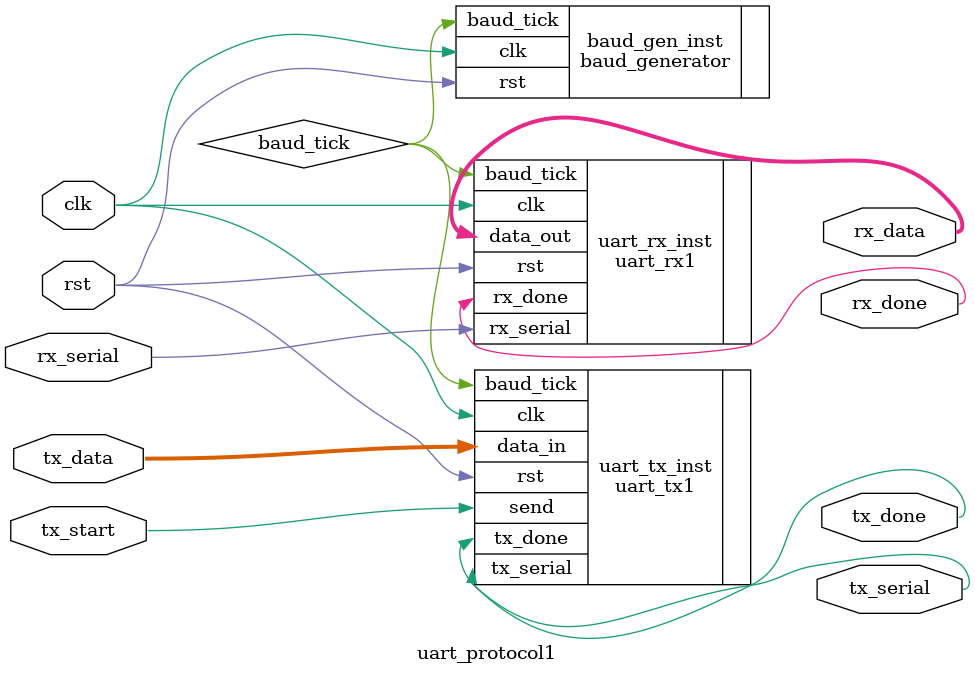
<source format=sv>
`timescale 1ns / 1ps


module uart_protocol1 #(
    parameter BAUD_RATE = 9600,
    parameter CLOCK_FREQ = 50000000
)(
    input wire clk,
    input wire rst,
    input wire [7:0] tx_data,   // Data to transmit
    input wire tx_start,        // Signal to start transmission
    input wire rx_serial,       // Serial input for receiver
    output wire tx_serial,      // Serial output for transmitter
    output wire [7:0] rx_data,  // Received data output
    output wire tx_done,        // Transmission done flag
    output wire rx_done         // Reception done flag
);

    // Internal signals
    wire baud_tick;

    // Instantiate baud generator
    baud_generator #(
        .BAUD_RATE(BAUD_RATE),
        .CLOCK_FREQ(CLOCK_FREQ)
    ) baud_gen_inst (
        .clk(clk),
        .rst(rst),
        .baud_tick(baud_tick)
    );

    // Instantiate UART transmitter
    uart_tx1 uart_tx_inst (
        .clk(clk),
        .rst(rst),
        .baud_tick(baud_tick),
        .data_in(tx_data),
        .send(tx_start),
        .tx_serial(tx_serial),
        .tx_done(tx_done)
    );

    // Instantiate UART receiver
    uart_rx1 uart_rx_inst (
        .clk(clk),
        .rst(rst),
        .rx_serial(rx_serial),
        .baud_tick(baud_tick),
        .data_out(rx_data),
        .rx_done(rx_done)
    );

endmodule

</source>
